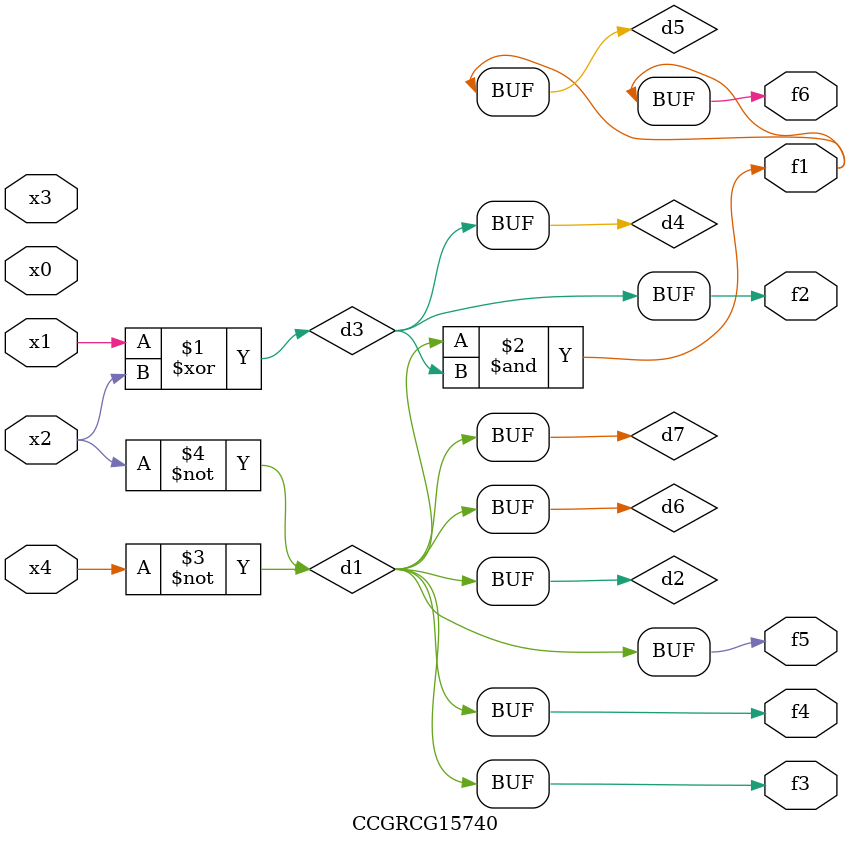
<source format=v>
module CCGRCG15740(
	input x0, x1, x2, x3, x4,
	output f1, f2, f3, f4, f5, f6
);

	wire d1, d2, d3, d4, d5, d6, d7;

	not (d1, x4);
	not (d2, x2);
	xor (d3, x1, x2);
	buf (d4, d3);
	and (d5, d1, d3);
	buf (d6, d1, d2);
	buf (d7, d2);
	assign f1 = d5;
	assign f2 = d4;
	assign f3 = d7;
	assign f4 = d7;
	assign f5 = d7;
	assign f6 = d5;
endmodule

</source>
